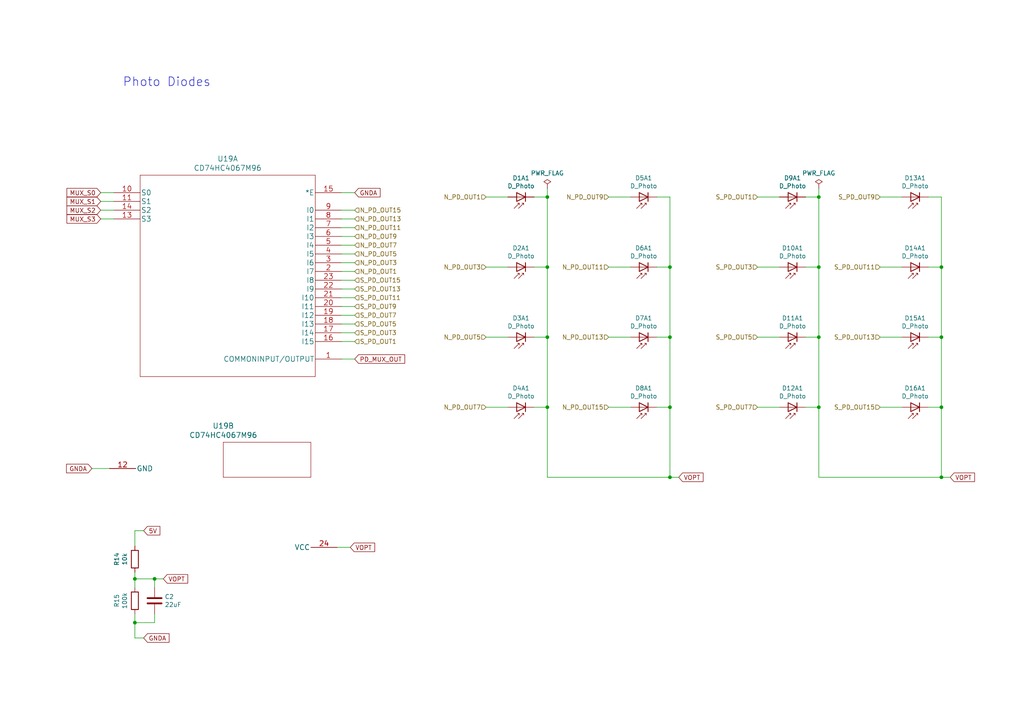
<source format=kicad_sch>
(kicad_sch (version 20230121) (generator eeschema)
  (paper "A4")
  (lib_symbols
    (symbol "Device:C" (pin_numbers hide) (pin_names (offset 0.254))
      (property "Reference" "C" (at 0.635 2.54 0))
      (property "Value" "C" (at 0.635 -2.54 0))
      (symbol "C_0_1"
        (polyline (pts (xy -2.032 -0.762) (xy 2.032 -0.762)) (stroke (width 0.508)))
        (polyline (pts (xy -2.032 0.762) (xy 2.032 0.762)) (stroke (width 0.508)))
      )
      (symbol "C_1_1"
        (pin passive line (at 0 3.81 270) (length 2.794) (name "~") (number "1"))
        (pin passive line (at 0 -3.81 90) (length 2.794) (name "~") (number "2"))
      )
    )
    (symbol "Device:D_Photo" (pin_numbers hide) (pin_names hide)
      (property "Reference" "D" (at 0.508 1.778 0))
      (property "Value" "D_Photo" (at -1.016 -2.794 0))
      (symbol "D_Photo_0_1"
        (polyline (pts (xy -2.54 1.27) (xy -2.54 -1.27)) (stroke (width 0.254)))
        (polyline (pts (xy -2.032 1.778) (xy -1.524 1.778)))
        (polyline (pts (xy 0 0) (xy -2.54 0)))
        (polyline (pts (xy -0.508 3.302) (xy -2.032 1.778) (xy -2.032 2.286)))
        (polyline (pts (xy 0 -1.27) (xy 0 1.27) (xy -2.54 0) (xy 0 -1.27)) (stroke (width 0.254)))
        (polyline (pts (xy 0.762 3.302) (xy -0.762 1.778) (xy -0.762 2.286) (xy -0.762 1.778) (xy -0.254 1.778)))
      )
      (symbol "D_Photo_1_1"
        (pin passive line (at -5.08 0 0) (length 2.54) (name "K") (number "1"))
        (pin passive line (at 2.54 0 180) (length 2.54) (name "A") (number "2"))
      )
    )
    (symbol "Device:R" (pin_numbers hide) (pin_names (offset 0))
      (property "Reference" "R" (at 2.032 0 90))
      (property "Value" "R" (at 0 0 90))
      (symbol "R_0_1"
        (rectangle (start -1.016 -2.54) (end 1.016 2.54) (stroke (width 0.254)))
      )
      (symbol "R_1_1"
        (pin passive line (at 0 3.81 270) (length 1.27) (name "~") (number "1"))
        (pin passive line (at 0 -3.81 90) (length 1.27) (name "~") (number "2"))
      )
    )
    (symbol "Ninja-qPCR:CD74HC4067M96" (pin_names (offset 0.254))
      (property "Reference" "U" (at 33.02 10.16 0))
      (property "Value" "Ninja-qPCR_CD74HC4067M96" (at 33.02 7.62 0))
      (symbol "CD74HC4067M96_1_1"
        (polyline (pts (xy 7.62 -53.34) (xy 58.42 -53.34)) (stroke (width 0.127)))
        (polyline (pts (xy 7.62 5.08) (xy 7.62 -53.34)) (stroke (width 0.127)))
        (polyline (pts (xy 58.42 -53.34) (xy 58.42 5.08)) (stroke (width 0.127)))
        (polyline (pts (xy 58.42 5.08) (xy 7.62 5.08)) (stroke (width 0.127)))
        (pin bidirectional line (at 0 -48.26 0) (length 7.62) (name "COMMONINPUT/OUTPUT") (number "1"))
        (pin output line (at 66.04 0 180) (length 7.62) (name "S0") (number "10"))
        (pin output line (at 66.04 -2.54 180) (length 7.62) (name "S1") (number "11"))
        (pin output line (at 66.04 -7.62 180) (length 7.62) (name "S3") (number "13"))
        (pin output line (at 66.04 -5.08 180) (length 7.62) (name "S2") (number "14"))
        (pin input line (at 0 0 0) (length 7.62) (name "*E") (number "15"))
        (pin input line (at 0 -43.18 0) (length 7.62) (name "I15") (number "16"))
        (pin input line (at 0 -40.64 0) (length 7.62) (name "I14") (number "17"))
        (pin input line (at 0 -38.1 0) (length 7.62) (name "I13") (number "18"))
        (pin input line (at 0 -35.56 0) (length 7.62) (name "I12") (number "19"))
        (pin input line (at 0 -22.86 0) (length 7.62) (name "I7") (number "2"))
        (pin input line (at 0 -33.02 0) (length 7.62) (name "I11") (number "20"))
        (pin input line (at 0 -30.48 0) (length 7.62) (name "I10") (number "21"))
        (pin input line (at 0 -27.94 0) (length 7.62) (name "I9") (number "22"))
        (pin input line (at 0 -25.4 0) (length 7.62) (name "I8") (number "23"))
        (pin input line (at 0 -20.32 0) (length 7.62) (name "I6") (number "3"))
        (pin input line (at 0 -17.78 0) (length 7.62) (name "I5") (number "4"))
        (pin input line (at 0 -15.24 0) (length 7.62) (name "I4") (number "5"))
        (pin input line (at 0 -12.7 0) (length 7.62) (name "I3") (number "6"))
        (pin input line (at 0 -10.16 0) (length 7.62) (name "I2") (number "7"))
        (pin input line (at 0 -7.62 0) (length 7.62) (name "I1") (number "8"))
        (pin input line (at 0 -5.08 0) (length 7.62) (name "I0") (number "9"))
      )
      (symbol "CD74HC4067M96_2_1"
        (polyline (pts (xy 7.62 -5.08) (xy 33.02 -5.08)) (stroke (width 0.127)))
        (polyline (pts (xy 7.62 5.08) (xy 7.62 -5.08)) (stroke (width 0.127)))
        (polyline (pts (xy 33.02 -5.08) (xy 33.02 5.08)) (stroke (width 0.127)))
        (polyline (pts (xy 33.02 5.08) (xy 7.62 5.08)) (stroke (width 0.127)))
        (pin power_in line (at 66.04 -2.54 180) (length 7.62) (name "GND") (number "12"))
        (pin power_in line (at 0 -25.4 0) (length 7.62) (name "VCC") (number "24"))
      )
    )
    (symbol "power:PWR_FLAG" (power) (pin_numbers hide) (pin_names (offset 0) hide)
      (property "Value" "PWR_FLAG" (at 0 3.81 0))
      (symbol "PWR_FLAG_0_0"
        (pin power_out line (at 0 0 90) (length 0) (name "pwr") (number "1"))
      )
      (symbol "PWR_FLAG_0_1"
        (polyline (pts (xy 0 0) (xy 0 1.27) (xy -1.016 1.905) (xy 0 2.54) (xy 1.016 1.905) (xy 0 1.27)))
      )
    )
  )
  (junction (at 237.49 57.15))
  (junction (at 39.116 167.894))
  (junction (at 237.49 118.11))
  (junction (at 158.75 77.47))
  (junction (at 237.49 97.79))
  (junction (at 194.31 138.43))
  (junction (at 273.05 138.43))
  (junction (at 237.49 77.47))
  (junction (at 194.31 118.11))
  (junction (at 44.831 167.894))
  (junction (at 273.05 97.79))
  (junction (at 194.31 77.47))
  (junction (at 273.05 118.11))
  (junction (at 158.75 97.79))
  (junction (at 39.116 180.594))
  (junction (at 158.75 57.15))
  (junction (at 194.31 97.79))
  (junction (at 158.75 118.11))
  (junction (at 273.05 77.47))
  (wire (pts (xy 33.02 55.88) (xy 29.21 55.88)))
  (wire (pts (xy 273.05 57.15) (xy 273.05 77.47)))
  (wire (pts (xy 176.53 97.79) (xy 182.88 97.79)))
  (wire (pts (xy 26.67 135.89) (xy 31.75 135.89)))
  (wire (pts (xy 154.94 97.79) (xy 158.75 97.79)))
  (wire (pts (xy 237.49 54.61) (xy 237.49 57.15)))
  (wire (pts (xy 194.31 97.79) (xy 194.31 118.11)))
  (wire (pts (xy 176.53 57.15) (xy 182.88 57.15)))
  (wire (pts (xy 102.87 104.14) (xy 99.06 104.14)))
  (wire (pts (xy 102.87 91.44) (xy 99.06 91.44)))
  (wire (pts (xy 102.87 66.04) (xy 99.06 66.04)))
  (wire (pts (xy 194.31 118.11) (xy 194.31 138.43)))
  (wire (pts (xy 44.831 167.894) (xy 47.371 167.894)))
  (wire (pts (xy 41.656 185.039) (xy 39.116 185.039)))
  (wire (pts (xy 102.87 55.88) (xy 99.06 55.88)))
  (wire (pts (xy 39.116 167.894) (xy 39.116 170.434)))
  (wire (pts (xy 194.31 138.43) (xy 158.75 138.43)))
  (wire (pts (xy 33.02 63.5) (xy 29.21 63.5)))
  (wire (pts (xy 233.68 77.47) (xy 237.49 77.47)))
  (wire (pts (xy 269.24 77.47) (xy 273.05 77.47)))
  (wire (pts (xy 190.5 118.11) (xy 194.31 118.11)))
  (wire (pts (xy 237.49 97.79) (xy 237.49 118.11)))
  (wire (pts (xy 39.116 167.894) (xy 44.831 167.894)))
  (wire (pts (xy 102.87 78.74) (xy 99.06 78.74)))
  (wire (pts (xy 255.27 57.15) (xy 261.62 57.15)))
  (wire (pts (xy 255.27 77.47) (xy 261.62 77.47)))
  (wire (pts (xy 237.49 118.11) (xy 237.49 138.43)))
  (wire (pts (xy 158.75 97.79) (xy 158.75 118.11)))
  (wire (pts (xy 140.97 97.79) (xy 147.32 97.79)))
  (wire (pts (xy 39.116 153.924) (xy 39.116 158.369)))
  (wire (pts (xy 194.31 57.15) (xy 194.31 77.47)))
  (wire (pts (xy 102.87 93.98) (xy 99.06 93.98)))
  (wire (pts (xy 39.116 165.989) (xy 39.116 167.894)))
  (wire (pts (xy 196.85 138.43) (xy 194.31 138.43)))
  (wire (pts (xy 158.75 54.61) (xy 158.75 57.15)))
  (wire (pts (xy 269.24 97.79) (xy 273.05 97.79)))
  (wire (pts (xy 273.05 118.11) (xy 273.05 138.43)))
  (wire (pts (xy 39.116 180.594) (xy 44.831 180.594)))
  (wire (pts (xy 273.05 97.79) (xy 273.05 118.11)))
  (wire (pts (xy 41.656 153.924) (xy 39.116 153.924)))
  (wire (pts (xy 194.31 77.47) (xy 194.31 97.79)))
  (wire (pts (xy 140.97 118.11) (xy 147.32 118.11)))
  (wire (pts (xy 102.87 99.06) (xy 99.06 99.06)))
  (wire (pts (xy 140.97 77.47) (xy 147.32 77.47)))
  (wire (pts (xy 33.02 60.96) (xy 29.21 60.96)))
  (wire (pts (xy 233.68 118.11) (xy 237.49 118.11)))
  (wire (pts (xy 102.87 73.66) (xy 99.06 73.66)))
  (wire (pts (xy 102.87 81.28) (xy 99.06 81.28)))
  (wire (pts (xy 158.75 118.11) (xy 158.75 138.43)))
  (wire (pts (xy 102.87 60.96) (xy 99.06 60.96)))
  (wire (pts (xy 140.97 57.15) (xy 147.32 57.15)))
  (wire (pts (xy 237.49 57.15) (xy 237.49 77.47)))
  (wire (pts (xy 269.24 118.11) (xy 273.05 118.11)))
  (wire (pts (xy 102.87 83.82) (xy 99.06 83.82)))
  (wire (pts (xy 102.87 86.36) (xy 99.06 86.36)))
  (wire (pts (xy 176.53 77.47) (xy 182.88 77.47)))
  (wire (pts (xy 190.5 97.79) (xy 194.31 97.79)))
  (wire (pts (xy 273.05 77.47) (xy 273.05 97.79)))
  (wire (pts (xy 233.68 97.79) (xy 237.49 97.79)))
  (wire (pts (xy 219.71 77.47) (xy 226.06 77.47)))
  (wire (pts (xy 102.87 88.9) (xy 99.06 88.9)))
  (wire (pts (xy 44.831 167.894) (xy 44.831 170.434)))
  (wire (pts (xy 255.27 97.79) (xy 261.62 97.79)))
  (wire (pts (xy 158.75 77.47) (xy 158.75 97.79)))
  (wire (pts (xy 33.02 58.42) (xy 29.21 58.42)))
  (wire (pts (xy 102.87 71.12) (xy 99.06 71.12)))
  (wire (pts (xy 44.831 178.054) (xy 44.831 180.594)))
  (wire (pts (xy 273.05 138.43) (xy 237.49 138.43)))
  (wire (pts (xy 39.116 178.054) (xy 39.116 180.594)))
  (wire (pts (xy 154.94 118.11) (xy 158.75 118.11)))
  (wire (pts (xy 237.49 77.47) (xy 237.49 97.79)))
  (wire (pts (xy 190.5 77.47) (xy 194.31 77.47)))
  (wire (pts (xy 158.75 57.15) (xy 158.75 77.47)))
  (wire (pts (xy 255.27 118.11) (xy 261.62 118.11)))
  (wire (pts (xy 154.94 57.15) (xy 158.75 57.15)))
  (wire (pts (xy 275.59 138.43) (xy 273.05 138.43)))
  (wire (pts (xy 102.87 63.5) (xy 99.06 63.5)))
  (wire (pts (xy 102.87 76.2) (xy 99.06 76.2)))
  (wire (pts (xy 154.94 77.47) (xy 158.75 77.47)))
  (wire (pts (xy 102.87 68.58) (xy 99.06 68.58)))
  (wire (pts (xy 102.87 96.52) (xy 99.06 96.52)))
  (wire (pts (xy 190.5 57.15) (xy 194.31 57.15)))
  (wire (pts (xy 219.71 118.11) (xy 226.06 118.11)))
  (wire (pts (xy 219.71 97.79) (xy 226.06 97.79)))
  (wire (pts (xy 233.68 57.15) (xy 237.49 57.15)))
  (wire (pts (xy 39.116 180.594) (xy 39.116 185.039)))
  (wire (pts (xy 219.71 57.15) (xy 226.06 57.15)))
  (wire (pts (xy 269.24 57.15) (xy 273.05 57.15)))
  (wire (pts (xy 101.6 158.75) (xy 97.79 158.75)))
  (wire (pts (xy 176.53 118.11) (xy 182.88 118.11)))
  (text "Photo Diodes" (at 35.56 25.4 0) (effects (font (size 2.54 2.54)) (justify left bottom)))
  (global_label "VOPT" (shape input) (at 196.85 138.43 0) (property "Intersheetrefs" "${INTERSHEET_REFS}" (effects hide)))
  (global_label "MUX_S0" (shape input) (at 29.21 55.88 180) (property "Intersheetrefs" "${INTERSHEET_REFS}" (effects hide)))
  (global_label "5V" (shape input) (at 41.656 153.924 0) (property "Intersheetrefs" "${INTERSHEET_REFS}" (effects hide)))
  (global_label "MUX_S3" (shape input) (at 29.21 63.5 180) (property "Intersheetrefs" "${INTERSHEET_REFS}" (effects hide)))
  (global_label "VOPT" (shape input) (at 101.6 158.75 0) (property "Intersheetrefs" "${INTERSHEET_REFS}" (effects hide)))
  (global_label "MUX_S2" (shape input) (at 29.21 60.96 180) (property "Intersheetrefs" "${INTERSHEET_REFS}" (effects hide)))
  (global_label "VOPT" (shape input) (at 275.59 138.43 0) (property "Intersheetrefs" "${INTERSHEET_REFS}" (effects hide)))
  (global_label "PD_MUX_OUT" (shape input) (at 102.87 104.14 0) (property "Intersheetrefs" "${INTERSHEET_REFS}" (effects hide)))
  (global_label "MUX_S1" (shape input) (at 29.21 58.42 180) (property "Intersheetrefs" "${INTERSHEET_REFS}" (effects hide)))
  (global_label "GNDA" (shape input) (at 102.87 55.88 0) (property "Intersheetrefs" "${INTERSHEET_REFS}" (effects hide)))
  (global_label "VOPT" (shape input) (at 47.371 167.894 0) (property "Intersheetrefs" "${INTERSHEET_REFS}" (effects hide)))
  (global_label "GNDA" (shape input) (at 41.656 185.039 0) (property "Intersheetrefs" "${INTERSHEET_REFS}" (effects hide)))
  (global_label "GNDA" (shape input) (at 26.67 135.89 180) (property "Intersheetrefs" "${INTERSHEET_REFS}" (effects hide)))
  (hierarchical_label "S_PD_OUT5" (shape input) (at 102.87 93.98 0))
  (hierarchical_label "S_PD_OUT3" (shape input) (at 102.87 96.52 0))
  (hierarchical_label "N_PD_OUT1" (shape input) (at 102.87 78.74 0))
  (hierarchical_label "N_PD_OUT3" (shape input) (at 102.87 76.2 0))
  (hierarchical_label "S_PD_OUT9" (shape input) (at 255.27 57.15 180))
  (hierarchical_label "N_PD_OUT5" (shape input) (at 102.87 73.66 0))
  (hierarchical_label "N_PD_OUT15" (shape input) (at 102.87 60.96 0))
  (hierarchical_label "S_PD_OUT9" (shape input) (at 102.87 88.9 0))
  (hierarchical_label "S_PD_OUT11" (shape input) (at 102.87 86.36 0))
  (hierarchical_label "S_PD_OUT13" (shape input) (at 102.87 83.82 0))
  (hierarchical_label "N_PD_OUT3" (shape input) (at 140.97 77.47 180))
  (hierarchical_label "S_PD_OUT11" (shape input) (at 255.27 77.47 180))
  (hierarchical_label "N_PD_OUT13" (shape input) (at 102.87 63.5 0))
  (hierarchical_label "S_PD_OUT7" (shape input) (at 102.87 91.44 0))
  (hierarchical_label "S_PD_OUT1" (shape input) (at 102.87 99.06 0))
  (hierarchical_label "S_PD_OUT15" (shape input) (at 102.87 81.28 0))
  (hierarchical_label "S_PD_OUT13" (shape input) (at 255.27 97.79 180))
  (hierarchical_label "S_PD_OUT15" (shape input) (at 255.27 118.11 180))
  (hierarchical_label "N_PD_OUT9" (shape input) (at 102.87 68.58 0))
  (hierarchical_label "N_PD_OUT7" (shape input) (at 140.97 118.11 180))
  (hierarchical_label "S_PD_OUT3" (shape input) (at 219.71 77.47 180))
  (hierarchical_label "S_PD_OUT7" (shape input) (at 219.71 118.11 180))
  (hierarchical_label "N_PD_OUT9" (shape input) (at 176.53 57.15 180))
  (hierarchical_label "N_PD_OUT13" (shape input) (at 176.53 97.79 180))
  (hierarchical_label "N_PD_OUT5" (shape input) (at 140.97 97.79 180))
  (hierarchical_label "N_PD_OUT11" (shape input) (at 176.53 77.47 180))
  (hierarchical_label "N_PD_OUT7" (shape input) (at 102.87 71.12 0))
  (hierarchical_label "S_PD_OUT1" (shape input) (at 219.71 57.15 180))
  (hierarchical_label "N_PD_OUT1" (shape input) (at 140.97 57.15 180))
  (hierarchical_label "S_PD_OUT5" (shape input) (at 219.71 97.79 180))
  (hierarchical_label "N_PD_OUT11" (shape input) (at 102.87 66.04 0))
  (hierarchical_label "N_PD_OUT15" (shape input) (at 176.53 118.11 180))
  (symbol (lib_id "Ninja-qPCR:CD74HC4067M96") (at 97.79 133.35 0) (mirror y) (unit 2)
    (property "Reference" "U19" (at 64.77 123.5202 0) (effects (font (size 1.524 1.524))))
    (property "Value" "CD74HC4067M96" (at 64.77 126.2126 0) (effects (font (size 1.524 1.524))))
    (property "Footprint" "Ninja:SSOP-24_5.3x8.2mm_P0.65mm-0.83mil" (effects hide))
  )
  (symbol (lib_id "Ninja-qPCR:CD74HC4067M96") (at 99.06 55.88 0) (mirror y) (unit 1)
    (property "Reference" "U19" (at 66.04 46.0502 0) (effects (font (size 1.524 1.524))))
    (property "Value" "CD74HC4067M96" (at 66.04 48.7426 0) (effects (font (size 1.524 1.524))))
    (property "Footprint" "Ninja:SSOP-24_5.3x8.2mm_P0.65mm-0.83mil" (effects hide))
  )
  (symbol (lib_id "Device:D_Photo") (at 185.42 77.47 180) (unit 1)
    (property "Reference" "D6A1" (at 186.69 71.9582 0))
    (property "Value" "D_Photo" (at 186.69 74.2696 0))
    (property "Footprint" "Ninja:SFH2200_2201_2240" (effects hide))
  )
  (symbol (lib_id "Device:D_Photo") (at 228.6 57.15 180) (unit 1)
    (property "Reference" "D9A1" (at 229.87 51.6382 0))
    (property "Value" "D_Photo" (at 229.87 53.9496 0))
    (property "Footprint" "Ninja:SFH2200_2201_2240" (effects hide))
  )
  (symbol (lib_id "Device:R") (at 39.116 162.179 0) (unit 1)
    (property "Reference" "R14" (at 33.8582 162.179 90))
    (property "Value" "10k" (at 36.1696 162.179 90))
    (property "Footprint" "Resistor_SMD:R_0603_1608Metric" (effects hide))
  )
  (symbol (lib_id "Device:R") (at 39.116 174.244 0) (unit 1)
    (property "Reference" "R15" (at 33.8582 174.244 90))
    (property "Value" "100k" (at 36.1696 174.244 90))
    (property "Footprint" "Resistor_SMD:R_0603_1608Metric" (effects hide))
  )
  (symbol (lib_id "Device:D_Photo") (at 149.86 97.79 180) (unit 1)
    (property "Reference" "D3A1" (at 151.13 92.2782 0))
    (property "Value" "D_Photo" (at 151.13 94.5896 0))
    (property "Footprint" "Ninja:SFH2200_2201_2240" (effects hide))
  )
  (symbol (lib_id "Device:D_Photo") (at 264.16 97.79 180) (unit 1)
    (property "Reference" "D15A1" (at 265.43 92.2782 0))
    (property "Value" "D_Photo" (at 265.43 94.5896 0))
    (property "Footprint" "Ninja:SFH2200_2201_2240" (effects hide))
  )
  (symbol (lib_id "Device:D_Photo") (at 149.86 57.15 180) (unit 1)
    (property "Reference" "D1A1" (at 151.13 51.6382 0))
    (property "Value" "D_Photo" (at 151.13 53.9496 0))
    (property "Footprint" "Ninja:SFH2200_2201_2240" (effects hide))
  )
  (symbol (lib_id "Device:D_Photo") (at 228.6 118.11 180) (unit 1)
    (property "Reference" "D12A1" (at 229.87 112.5982 0))
    (property "Value" "D_Photo" (at 229.87 114.9096 0))
    (property "Footprint" "Ninja:SFH2200_2201_2240" (effects hide))
  )
  (symbol (lib_id "Device:D_Photo") (at 264.16 57.15 180) (unit 1)
    (property "Reference" "D13A1" (at 265.43 51.6382 0))
    (property "Value" "D_Photo" (at 265.43 53.9496 0))
    (property "Footprint" "Ninja:SFH2200_2201_2240" (effects hide))
  )
  (symbol (lib_id "power:PWR_FLAG") (at 158.75 54.61 0) (mirror y) (unit 1)
    (property "Reference" "#FLG0102" (effects hide))
    (property "Value" "PWR_FLAG" (at 158.75 50.2158 0))
  )
  (symbol (lib_id "Device:D_Photo") (at 228.6 97.79 180) (unit 1)
    (property "Reference" "D11A1" (at 229.87 92.2782 0))
    (property "Value" "D_Photo" (at 229.87 94.5896 0))
    (property "Footprint" "Ninja:SFH2200_2201_2240" (effects hide))
  )
  (symbol (lib_id "Device:C") (at 44.831 174.244 0) (unit 1)
    (property "Reference" "C2" (at 47.752 173.0756 0) (effects (justify left)))
    (property "Value" "22uF" (at 47.752 175.387 0) (effects (justify left)))
    (property "Footprint" "Capacitor_SMD:C_1210_3225Metric" (effects hide))
  )
  (symbol (lib_id "Device:D_Photo") (at 228.6 77.47 180) (unit 1)
    (property "Reference" "D10A1" (at 229.87 71.9582 0))
    (property "Value" "D_Photo" (at 229.87 74.2696 0))
    (property "Footprint" "Ninja:SFH2200_2201_2240" (effects hide))
  )
  (symbol (lib_id "Device:D_Photo") (at 149.86 118.11 180) (unit 1)
    (property "Reference" "D4A1" (at 151.13 112.5982 0))
    (property "Value" "D_Photo" (at 151.13 114.9096 0))
    (property "Footprint" "Ninja:SFH2200_2201_2240" (effects hide))
  )
  (symbol (lib_id "power:PWR_FLAG") (at 237.49 54.61 0) (mirror y) (unit 1)
    (property "Reference" "#FLG0101" (effects hide))
    (property "Value" "PWR_FLAG" (at 237.49 50.2158 0))
  )
  (symbol (lib_id "Device:D_Photo") (at 264.16 77.47 180) (unit 1)
    (property "Reference" "D14A1" (at 265.43 71.9582 0))
    (property "Value" "D_Photo" (at 265.43 74.2696 0))
    (property "Footprint" "Ninja:SFH2200_2201_2240" (effects hide))
  )
  (symbol (lib_id "Device:D_Photo") (at 149.86 77.47 180) (unit 1)
    (property "Reference" "D2A1" (at 151.13 71.9582 0))
    (property "Value" "D_Photo" (at 151.13 74.2696 0))
    (property "Footprint" "Ninja:SFH2200_2201_2240" (effects hide))
  )
  (symbol (lib_id "Device:D_Photo") (at 185.42 57.15 180) (unit 1)
    (property "Reference" "D5A1" (at 186.69 51.6382 0))
    (property "Value" "D_Photo" (at 186.69 53.9496 0))
    (property "Footprint" "Ninja:SFH2200_2201_2240" (effects hide))
  )
  (symbol (lib_id "Device:D_Photo") (at 185.42 97.79 180) (unit 1)
    (property "Reference" "D7A1" (at 186.69 92.2782 0))
    (property "Value" "D_Photo" (at 186.69 94.5896 0))
    (property "Footprint" "Ninja:SFH2200_2201_2240" (effects hide))
  )
  (symbol (lib_id "Device:D_Photo") (at 264.16 118.11 180) (unit 1)
    (property "Reference" "D16A1" (at 265.43 112.5982 0))
    (property "Value" "D_Photo" (at 265.43 114.9096 0))
    (property "Footprint" "Ninja:SFH2200_2201_2240" (effects hide))
  )
  (symbol (lib_id "Device:D_Photo") (at 185.42 118.11 180) (unit 1)
    (property "Reference" "D8A1" (at 186.69 112.5982 0))
    (property "Value" "D_Photo" (at 186.69 114.9096 0))
    (property "Footprint" "Ninja:SFH2200_2201_2240" (effects hide))
  )
)
</source>
